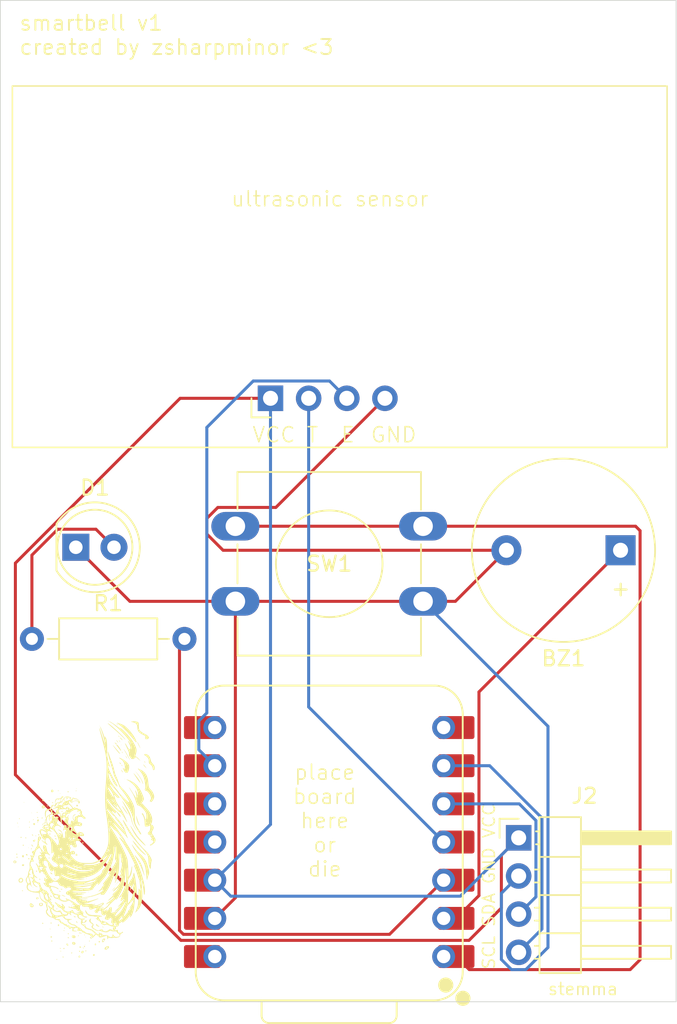
<source format=kicad_pcb>
(kicad_pcb (version 20241229) (generator "pcbnew") (generator_version "9.0")
  (layers (0 "F.Cu" signal) (2 "B.Cu" signal) (13 "F.Paste" user) (15 "B.Paste" user) (5 "F.SilkS" user "F.Silkscreen") (7 "B.SilkS" user "B.Silkscreen") (1 "F.Mask" user) (3 "B.Mask" user) (25 "Edge.Cuts" user))
  (net 0 "")
  (net 1 "Net-(BZ1-+)")
  (net 2 "GND")
  (net 3 "Net-(D1-A)")
  (net 4 "Net-(U1-GPIO3{slash}D2{slash}A2)")
  (net 5 "Net-(U1-GPIO1{slash}D0{slash}A0)")
  (net 11 "Net-(J1-Pin_2)")
  (net 12 "Net-(J1-Pin_3)")
  (net 13 "+3.3V")
  (net 14 "Net-(J2-Pin_3)")
  (net 15 "Net-(J2-Pin_4)")
  (footprint "Buzzer_Beeper:Buzzer_12x9.5RM7.6" (layer "F.Cu") (at 108.7 53.6 180)
    (property "Reference" "BZ1" (at 3.8 -7.2 0) (layer "F.SilkS"))
    (property "Value" "Buzzer")
    (fp_text user "+" (at -0.01 -2.54 0) (layer "F.SilkS"))
    (pad "1" thru_hole rect (at 0 0 180) (size 2 2) (drill 1) (layers "*.Cu" "*.Mask") (net 1 "Net-(BZ1-+)"))
    (pad "2" thru_hole circle (at 7.6 0 180) (size 2 2) (drill 1) (layers "*.Cu" "*.Mask") (net 2 "GND"))
  )
  (footprint "Button_Switch_THT:SW_PUSH-12mm" (layer "F.Cu") (at 83.05 52)
    (property "Reference" "SW1" (at 6.25 2.5 0) (layer "F.SilkS"))
    (property "Value" "SW_Push")
    (pad "1" thru_hole oval (at 0 0) (size 3.2 1.9) (drill 1.3) (layers "*.Cu" "*.Mask") (net 5 "Net-(U1-GPIO1{slash}D0{slash}A0)"))
    (pad "1" thru_hole oval (at 12.5 0) (size 3.2 1.9) (drill 1.3) (layers "*.Cu" "*.Mask") (net 5 "Net-(U1-GPIO1{slash}D0{slash}A0)"))
    (pad "2" thru_hole oval (at 0 5) (size 3.2 1.9) (drill 1.3) (layers "*.Cu" "*.Mask") (net 2 "GND"))
    (pad "2" thru_hole oval (at 12.5 5) (size 3.2 1.9) (drill 1.3) (layers "*.Cu" "*.Mask") (net 2 "GND"))
  )
  (footprint "new:eef" (layer "F.Cu") (at 72.964082 72.548553 90)
    (property "Reference" "G***" (hide yes))
    (property "Value" "LOGO" (hide yes))
  )
  (footprint "Resistor_THT:R_Axial_DIN0207_L6.3mm_D2.5mm_P10.16mm_Horizontal" (layer "F.Cu") (at 69.5 59.5)
    (property "Reference" "R1" (at 5.08 -2.37 0) (layer "F.SilkS"))
    (property "Value" "R")
    (pad "1" thru_hole circle (at 0 0) (size 1.6 1.6) (drill 0.8) (layers "*.Cu" "*.Mask") (net 3 "Net-(D1-A)"))
    (pad "2" thru_hole circle (at 10.16 0) (size 1.6 1.6) (drill 0.8) (layers "*.Cu" "*.Mask") (net 4 "Net-(U1-GPIO3{slash}D2{slash}A2)"))
  )
  (footprint "OPM:XIAO-ESP32S3-DIP" (layer "F.Cu") (at 89.3 73.02 180)
    (property "Reference" "U1" (hide yes))
    (property "Value" "XIAO-ESP32-S3-DIP")
    (pad "1" smd roundrect (at -8.455 -7.62) (size 2.432 1.524) (layers "F.Cu" "F.Mask") (roundrect_rratio 0.1) (net 5 "Net-(U1-GPIO1{slash}D0{slash}A0)"))
    (pad "1" thru_hole circle (at -7.62 -7.62) (size 1.524 1.524) (drill 0.889) (layers "*.Cu" "*.Mask") (net 5 "Net-(U1-GPIO1{slash}D0{slash}A0)"))
    (pad "2" smd roundrect (at -8.455 -5.08) (size 2.432 1.524) (layers "F.Cu" "F.Mask") (roundrect_rratio 0.1) (net 1 "Net-(BZ1-+)"))
    (pad "2" thru_hole circle (at -7.62 -5.08) (size 1.524 1.524) (drill 0.889) (layers "*.Cu" "*.Mask") (net 1 "Net-(BZ1-+)"))
    (pad "3" smd roundrect (at -8.455 -2.54) (size 2.432 1.524) (layers "F.Cu" "F.Mask") (roundrect_rratio 0.1) (net 4 "Net-(U1-GPIO3{slash}D2{slash}A2)"))
    (pad "3" thru_hole circle (at -7.62 -2.54) (size 1.524 1.524) (drill 0.889) (layers "*.Cu" "*.Mask") (net 4 "Net-(U1-GPIO3{slash}D2{slash}A2)"))
    (pad "4" smd roundrect (at -8.455 0) (size 2.432 1.524) (layers "F.Cu" "F.Mask") (roundrect_rratio 0.1) (net 11 "Net-(J1-Pin_2)"))
    (pad "4" thru_hole circle (at -7.62 0) (size 1.524 1.524) (drill 0.889) (layers "*.Cu" "*.Mask") (net 11 "Net-(J1-Pin_2)"))
    (pad "5" smd roundrect (at -8.455 2.54) (size 2.432 1.524) (layers "F.Cu" "F.Mask") (roundrect_rratio 0.1) (net 14 "Net-(J2-Pin_3)"))
    (pad "5" thru_hole circle (at -7.62 2.54) (size 1.524 1.524) (drill 0.889) (layers "*.Cu" "*.Mask") (net 14 "Net-(J2-Pin_3)"))
    (pad "6" smd roundrect (at -8.455 5.08) (size 2.432 1.524) (layers "F.Cu" "F.Mask") (roundrect_rratio 0.1) (net 15 "Net-(J2-Pin_4)"))
    (pad "6" thru_hole circle (at -7.62 5.08) (size 1.524 1.524) (drill 0.889) (layers "*.Cu" "*.Mask") (net 15 "Net-(J2-Pin_4)"))
    (pad "7" smd roundrect (at -8.455 7.62) (size 2.432 1.524) (layers "F.Cu" "F.Mask") (roundrect_rratio 0.1))
    (pad "7" thru_hole circle (at -7.62 7.62) (size 1.524 1.524) (drill 0.889) (layers "*.Cu" "*.Mask"))
    (pad "8" thru_hole circle (at 7.62 7.62 180) (size 1.524 1.524) (drill 0.889) (layers "*.Cu" "*.Mask"))
    (pad "8" smd roundrect (at 8.455 7.62 180) (size 2.432 1.524) (layers "F.Cu" "F.Mask") (roundrect_rratio 0.1))
    (pad "9" thru_hole circle (at 7.62 5.08 180) (size 1.524 1.524) (drill 0.889) (layers "*.Cu" "*.Mask") (net 12 "Net-(J1-Pin_3)"))
    (pad "9" smd roundrect (at 8.455 5.08 180) (size 2.432 1.524) (layers "F.Cu" "F.Mask") (roundrect_rratio 0.1) (net 12 "Net-(J1-Pin_3)"))
    (pad "10" thru_hole circle (at 7.62 2.54 180) (size 1.524 1.524) (drill 0.889) (layers "*.Cu" "*.Mask"))
    (pad "10" smd roundrect (at 8.455 2.54 180) (size 2.432 1.524) (layers "F.Cu" "F.Mask") (roundrect_rratio 0.1))
    (pad "11" thru_hole circle (at 7.62 0 180) (size 1.524 1.524) (drill 0.889) (layers "*.Cu" "*.Mask"))
    (pad "11" smd roundrect (at 8.455 0 180) (size 2.432 1.524) (layers "F.Cu" "F.Mask") (roundrect_rratio 0.1))
    (pad "12" thru_hole circle (at 7.62 -2.54 180) (size 1.524 1.524) (drill 0.889) (layers "*.Cu" "*.Mask") (net 13 "+3.3V"))
    (pad "12" smd roundrect (at 8.455 -2.54 180) (size 2.432 1.524) (layers "F.Cu" "F.Mask") (roundrect_rratio 0.1) (net 13 "+3.3V"))
    (pad "13" thru_hole circle (at 7.62 -5.08 180) (size 1.524 1.524) (drill 0.889) (layers "*.Cu" "*.Mask") (net 2 "GND"))
    (pad "13" smd roundrect (at 8.455 -5.08 180) (size 2.432 1.524) (layers "F.Cu" "F.Mask") (roundrect_rratio 0.1) (net 2 "GND"))
    (pad "14" thru_hole circle (at 7.62 -7.62 180) (size 1.524 1.524) (drill 0.889) (layers "*.Cu" "*.Mask"))
    (pad "14" smd roundrect (at 8.455 -7.62 180) (size 2.432 1.524) (layers "F.Cu" "F.Mask") (roundrect_rratio 0.1))
  )
  (footprint "Connector_PinHeader_2.54mm:PinHeader_1x04_P2.54mm_Horizontal" (layer "F.Cu") (at 101.915 72.74)
    (property "Reference" "J2" (at 4.385 -2.79 0) (layer "F.SilkS"))
    (property "Value" "stemma" (at 4.285 10.06 0) (layer "F.SilkS") (effects (font (size 0.8 0.8) (thickness 0.1))))
    (pad "1" thru_hole rect (at 0 0) (size 1.7 1.7) (drill 1) (layers "*.Cu" "*.Mask") (net 13 "+3.3V"))
    (pad "2" thru_hole circle (at 0 2.54) (size 1.7 1.7) (drill 1) (layers "*.Cu" "*.Mask") (net 2 "GND"))
    (pad "3" thru_hole circle (at 0 5.08) (size 1.7 1.7) (drill 1) (layers "*.Cu" "*.Mask") (net 14 "Net-(J2-Pin_3)"))
    (pad "4" thru_hole circle (at 0 7.62) (size 1.7 1.7) (drill 1) (layers "*.Cu" "*.Mask") (net 15 "Net-(J2-Pin_4)"))
  )
  (footprint "LED_THT:LED_D5.0mm" (layer "F.Cu") (at 72.425 53.4)
    (property "Reference" "D1" (at 1.27 -3.96 0) (layer "F.SilkS"))
    (property "Value" "LED")
    (pad "1" thru_hole rect (at 0 0) (size 1.8 1.8) (drill 0.9) (layers "*.Cu" "*.Mask") (net 2 "GND"))
    (pad "2" thru_hole circle (at 2.54 0) (size 1.8 1.8) (drill 0.9) (layers "*.Cu" "*.Mask") (net 3 "Net-(D1-A)"))
  )
  (footprint "Connector_PinHeader_2.54mm:PinHeader_1x04_P2.54mm_Horizontal" (layer "F.Cu") (at 85.39 43.485 90)
    (property "Reference" "J1" (hide yes))
    (property "Value" "Conn_01x04")
    (pad "1" thru_hole rect (at 0 0 90) (size 1.7 1.7) (drill 1) (layers "*.Cu" "*.Mask") (net 13 "+3.3V"))
    (pad "2" thru_hole circle (at 0 2.54 90) (size 1.7 1.7) (drill 1) (layers "*.Cu" "*.Mask") (net 11 "Net-(J1-Pin_2)"))
    (pad "3" thru_hole circle (at 0 5.08 90) (size 1.7 1.7) (drill 1) (layers "*.Cu" "*.Mask") (net 12 "Net-(J1-Pin_3)"))
    (pad "4" thru_hole circle (at 0 7.62 90) (size 1.7 1.7) (drill 1) (layers "*.Cu" "*.Mask") (net 2 "GND"))
  )
  (gr_rect (start 68.2 22.7) (end 111.8 46.755) (stroke (width 0.1)) (fill no) (layer "F.SilkS"))
  (gr_rect (start 67.4 17) (end 112.4 83.65) (stroke (width 0.05)) (fill no) (layer "Edge.Cuts"))
  (gr_text "VCC T  E" (at 84.12 46.5 0) (layer "F.SilkS") (effects (font (size 1 1) (thickness 0.1)) (justify left bottom)))
  (gr_text "GND" (at 92 46.5 0) (layer "F.SilkS") (effects (font (size 1 1) (thickness 0.1)) (justify left bottom)))
  (gr_text "SCL SDA GND VCC" (at 100.4 81.55 90) (layer "F.SilkS") (effects (font (size 0.8 0.8) (thickness 0.1)) (justify left bottom)))
  (gr_text "smartbell v1\ncreated by zsharpminor <3" (at 68.6 20.7 0) (layer "F.SilkS") (effects (font (size 1 1) (thickness 0.125)) (justify left bottom)))
  (gr_text "ultrasonic sensor" (at 82.7 30.8 0) (layer "F.SilkS") (effects (font (size 1 1) (thickness 0.1)) (justify left bottom)))
  (gr_text "place\nboard\nhere\nor\ndie" (at 89 75.4 0) (layer "F.SilkS") (effects (font (size 1 1) (thickness 0.1)) (justify bottom)))
  (segment (start 108.7 53.6) (end 99.272 63.028) (width 0.2) (layer "F.Cu") (net 1))
  (segment (start 99.272 76.583) (end 97.755 78.1) (width 0.2) (layer "F.Cu") (net 1))
  (segment (start 99.272 63.028) (end 99.272 76.583) (width 0.2) (layer "F.Cu") (net 1))
  (segment (start 97.533626 78.1) (end 96.92 78.1) (width 0.2) (layer "F.Cu") (net 1))
  (segment (start 83.05 57) (end 83.05 76.73) (width 0.2) (layer "F.Cu") (net 2))
  (segment (start 81.881819 50.749) (end 81.149 51.481819) (width 0.2) (layer "F.Cu") (net 2))
  (segment (start 101.1 53.6) (end 97.7 57) (width 0.2) (layer "F.Cu") (net 2))
  (segment (start 81.149 52.518181) (end 82.230819 53.6) (width 0.2) (layer "F.Cu") (net 2))
  (segment (start 85.746 50.749) (end 81.881819 50.749) (width 0.2) (layer "F.Cu") (net 2))
  (segment (start 82.230819 53.6) (end 101.1 53.6) (width 0.2) (layer "F.Cu") (net 2))
  (segment (start 81.149 51.481819) (end 81.149 52.518181) (width 0.2) (layer "F.Cu") (net 2))
  (segment (start 83.05 57) (end 76.025 57) (width 0.2) (layer "F.Cu") (net 2))
  (segment (start 95.55 57) (end 83.05 57) (width 0.2) (layer "F.Cu") (net 2))
  (segment (start 83.05 76.73) (end 81.68 78.1) (width 0.2) (layer "F.Cu") (net 2))
  (segment (start 93.01 43.485) (end 85.746 50.749) (width 0.2) (layer "F.Cu") (net 2))
  (segment (start 76.025 57) (end 72.425 53.4) (width 0.2) (layer "F.Cu") (net 2))
  (segment (start 97.7 57) (end 95.55 57) (width 0.2) (layer "F.Cu") (net 2))
  (segment (start 100.764 76.431) (end 101.915 75.28) (width 0.2) (layer "B.Cu") (net 2))
  (segment (start 102.39176 81.511) (end 101.43824 81.511) (width 0.2) (layer "B.Cu") (net 2))
  (segment (start 100.764 80.83676) (end 100.764 76.431) (width 0.2) (layer "B.Cu") (net 2))
  (segment (start 103.868 65.318) (end 103.868 80.03476) (width 0.2) (layer "B.Cu") (net 2))
  (segment (start 95.55 57) (end 103.868 65.318) (width 0.2) (layer "B.Cu") (net 2))
  (segment (start 103.868 80.03476) (end 102.39176 81.511) (width 0.2) (layer "B.Cu") (net 2))
  (segment (start 101.43824 81.511) (end 100.764 80.83676) (width 0.2) (layer "B.Cu") (net 2))
  (segment (start 69.5 53.923) (end 69.5 59.5) (width 0.2) (layer "F.Cu") (net 3))
  (segment (start 73.764 52.199) (end 71.224 52.199) (width 0.2) (layer "F.Cu") (net 3))
  (segment (start 74.965 53.4) (end 73.764 52.199) (width 0.2) (layer "F.Cu") (net 3))
  (segment (start 71.224 52.199) (end 69.5 53.923) (width 0.2) (layer "F.Cu") (net 3))
  (segment (start 79.328 59.832) (end 79.328 78.901626) (width 0.2) (layer "F.Cu") (net 4))
  (segment (start 79.328 78.901626) (end 79.589374 79.163) (width 0.2) (layer "F.Cu") (net 4))
  (segment (start 93.317 79.163) (end 96.92 75.56) (width 0.2) (layer "F.Cu") (net 4))
  (segment (start 79.589374 79.163) (end 93.317 79.163) (width 0.2) (layer "F.Cu") (net 4))
  (segment (start 79.66 59.5) (end 79.328 59.832) (width 0.2) (layer "F.Cu") (net 4))
  (segment (start 109.702 52) (end 110.001 52.299) (width 0.2) (layer "F.Cu") (net 5))
  (segment (start 98.626 81.511) (end 109.34 81.511) (width 0.2) (layer "F.Cu") (net 5))
  (segment (start 83.05 52) (end 95.55 52) (width 0.2) (layer "F.Cu") (net 5))
  (segment (start 95.55 52) (end 109.702 52) (width 0.2) (layer "F.Cu") (net 5))
  (segment (start 109.34 81.511) (end 110.001 80.85) (width 0.2) (layer "F.Cu") (net 5))
  (segment (start 97.755 80.64) (end 98.626 81.511) (width 0.2) (layer "F.Cu") (net 5))
  (segment (start 110.001 52.299) (end 110.001 80.85) (width 0.2) (layer "F.Cu") (net 5))
  (segment (start 87.93 43.485) (end 87.93 64.03) (width 0.2) (layer "B.Cu") (net 11))
  (segment (start 87.93 64.03) (end 96.92 73.02) (width 0.2) (layer "B.Cu") (net 11))
  (segment (start 80.617 64.95969) (end 80.617 66.877) (width 0.2) (layer "B.Cu") (net 12))
  (segment (start 90.47 43.485) (end 89.319 42.334) (width 0.2) (layer "B.Cu") (net 12))
  (segment (start 81.149 45.424) (end 81.149 64.42769) (width 0.2) (layer "B.Cu") (net 12))
  (segment (start 81.149 64.42769) (end 80.617 64.95969) (width 0.2) (layer "B.Cu") (net 12))
  (segment (start 80.617 66.877) (end 81.68 67.94) (width 0.2) (layer "B.Cu") (net 12))
  (segment (start 89.319 42.334) (end 84.239 42.334) (width 0.2) (layer "B.Cu") (net 12))
  (segment (start 84.239 42.334) (end 81.149 45.424) (width 0.2) (layer "B.Cu") (net 12))
  (segment (start 100.764 73.891) (end 101.915 72.74) (width 0.2) (layer "F.Cu") (net 13))
  (segment (start 68.399 54.4569) (end 68.399 68.539726) (width 0.2) (layer "F.Cu") (net 13))
  (segment (start 79.3709 43.485) (end 68.399 54.4569) (width 0.2) (layer "F.Cu") (net 13))
  (segment (start 85.39 43.485) (end 79.3709 43.485) (width 0.2) (layer "F.Cu") (net 13))
  (segment (start 98.609626 79.564) (end 100.764 77.409626) (width 0.2) (layer "F.Cu") (net 13))
  (segment (start 68.399 68.539726) (end 79.423274 79.564) (width 0.2) (layer "F.Cu") (net 13))
  (segment (start 100.764 77.409626) (end 100.764 73.891) (width 0.2) (layer "F.Cu") (net 13))
  (segment (start 79.423274 79.564) (end 98.609626 79.564) (width 0.2) (layer "F.Cu") (net 13))
  (segment (start 85.39 43.485) (end 85.39 71.85) (width 0.2) (layer "B.Cu") (net 13))
  (segment (start 81.68 75.56) (end 82.743 76.623) (width 0.2) (layer "B.Cu") (net 13))
  (segment (start 85.39 71.85) (end 81.68 75.56) (width 0.2) (layer "B.Cu") (net 13))
  (segment (start 98.032 76.623) (end 101.915 72.74) (width 0.2) (layer "B.Cu") (net 13))
  (segment (start 82.743 76.623) (end 98.032 76.623) (width 0.2) (layer "B.Cu") (net 13))
  (segment (start 101.957 70.48) (end 96.92 70.48) (width 0.2) (layer "B.Cu") (net 14))
  (segment (start 101.915 77.82) (end 103.066 76.669) (width 0.2) (layer "B.Cu") (net 14))
  (segment (start 103.066 76.669) (end 103.066 71.589) (width 0.2) (layer "B.Cu") (net 14))
  (segment (start 103.066 71.589) (end 101.957 70.48) (width 0.2) (layer "B.Cu") (net 14))
  (segment (start 101.91 80.36) (end 101.75 80.2) (width 0.2) (layer "F.Cu") (net 15))
  (segment (start 101.915 80.36) (end 101.91 80.36) (width 0.2) (layer "F.Cu") (net 15))
  (segment (start 103.467 78.808) (end 103.467 71.4229) (width 0.2) (layer "B.Cu") (net 15))
  (segment (start 101.915 80.36) (end 103.467 78.808) (width 0.2) (layer "B.Cu") (net 15))
  (segment (start 103.467 71.4229) (end 99.9841 67.94) (width 0.2) (layer "B.Cu") (net 15))
  (segment (start 99.9841 67.94) (end 96.92 67.94) (width 0.2) (layer "B.Cu") (net 15))
)
</source>
